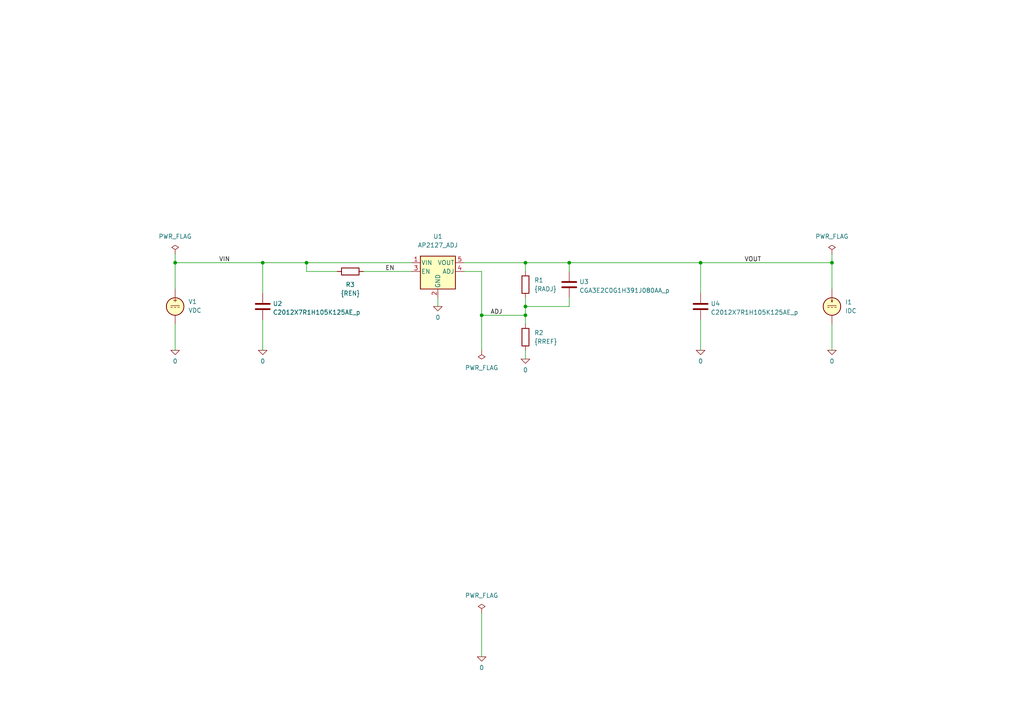
<source format=kicad_sch>
(kicad_sch
	(version 20231120)
	(generator "eeschema")
	(generator_version "8.0")
	(uuid "33399e1a-6bd9-4db9-bdfd-7c7be607f152")
	(paper "A4")
	(title_block
		(title "Standard linear regulator")
		(date "2023-01-14")
		(rev "1")
		(company "astroelectronic@")
		(comment 1 "-")
		(comment 2 "-")
		(comment 3 "-")
		(comment 4 "AE01005127")
	)
	(lib_symbols
		(symbol "AP2127:0"
			(power)
			(pin_names
				(offset 0)
			)
			(exclude_from_sim no)
			(in_bom yes)
			(on_board yes)
			(property "Reference" "#GND"
				(at 0 -2.54 0)
				(effects
					(font
						(size 1.27 1.27)
					)
					(hide yes)
				)
			)
			(property "Value" "0"
				(at 0 -1.778 0)
				(effects
					(font
						(size 1.27 1.27)
					)
				)
			)
			(property "Footprint" ""
				(at 0 0 0)
				(effects
					(font
						(size 1.27 1.27)
					)
					(hide yes)
				)
			)
			(property "Datasheet" "~"
				(at 0 0 0)
				(effects
					(font
						(size 1.27 1.27)
					)
					(hide yes)
				)
			)
			(property "Description" "0V reference potential for simulation"
				(at 0 0 0)
				(effects
					(font
						(size 1.27 1.27)
					)
					(hide yes)
				)
			)
			(property "ki_keywords" "simulation"
				(at 0 0 0)
				(effects
					(font
						(size 1.27 1.27)
					)
					(hide yes)
				)
			)
			(symbol "0_0_1"
				(polyline
					(pts
						(xy -1.27 0) (xy 0 -1.27) (xy 1.27 0) (xy -1.27 0)
					)
					(stroke
						(width 0)
						(type default)
					)
					(fill
						(type none)
					)
				)
			)
			(symbol "0_1_1"
				(pin power_in line
					(at 0 0 0)
					(length 0) hide
					(name "0"
						(effects
							(font
								(size 1.016 1.016)
							)
						)
					)
					(number "1"
						(effects
							(font
								(size 1.016 1.016)
							)
						)
					)
				)
			)
		)
		(symbol "AP2127:AP2127_ADJ"
			(pin_names
				(offset 0.254)
			)
			(exclude_from_sim no)
			(in_bom yes)
			(on_board yes)
			(property "Reference" "U"
				(at -5.08 5.715 0)
				(effects
					(font
						(size 1.27 1.27)
					)
					(justify left)
				)
			)
			(property "Value" "AP2127_ADJ"
				(at 0 5.715 0)
				(effects
					(font
						(size 1.27 1.27)
					)
					(justify left)
				)
			)
			(property "Footprint" "Package_TO_SOT_SMD:SOT-23-5"
				(at 0 8.255 0)
				(effects
					(font
						(size 1.27 1.27)
					)
					(hide yes)
				)
			)
			(property "Datasheet" "https://www.diodes.com/assets/Datasheets/AP2127.pdf"
				(at 0 6.35 0)
				(effects
					(font
						(size 1.27 1.27)
					)
					(hide yes)
				)
			)
			(property "Description" "300mA low dropout adjustable linear regulator, shutdown pin, 2.5V-6V input voltage, SOT-23-5 package"
				(at 0 0 0)
				(effects
					(font
						(size 1.27 1.27)
					)
					(hide yes)
				)
			)
			(property "ki_keywords" "linear regulator ldo adjustable positive. Simulation"
				(at 0 0 0)
				(effects
					(font
						(size 1.27 1.27)
					)
					(hide yes)
				)
			)
			(property "ki_fp_filters" "SOT?23?5*"
				(at 0 0 0)
				(effects
					(font
						(size 1.27 1.27)
					)
					(hide yes)
				)
			)
			(symbol "AP2127_ADJ_0_1"
				(rectangle
					(start -5.08 4.445)
					(end 5.08 -5.08)
					(stroke
						(width 0.254)
						(type default)
					)
					(fill
						(type background)
					)
				)
			)
			(symbol "AP2127_ADJ_1_1"
				(pin passive line
					(at -7.62 2.54 0)
					(length 2.54)
					(name "VIN"
						(effects
							(font
								(size 1.27 1.27)
							)
						)
					)
					(number "1"
						(effects
							(font
								(size 1.27 1.27)
							)
						)
					)
				)
				(pin passive line
					(at 0 -7.62 90)
					(length 2.54)
					(name "GND"
						(effects
							(font
								(size 1.27 1.27)
							)
						)
					)
					(number "2"
						(effects
							(font
								(size 1.27 1.27)
							)
						)
					)
				)
				(pin passive line
					(at -7.62 0 0)
					(length 2.54)
					(name "EN"
						(effects
							(font
								(size 1.27 1.27)
							)
						)
					)
					(number "3"
						(effects
							(font
								(size 1.27 1.27)
							)
						)
					)
				)
				(pin passive line
					(at 7.62 0 180)
					(length 2.54)
					(name "ADJ"
						(effects
							(font
								(size 1.27 1.27)
							)
						)
					)
					(number "4"
						(effects
							(font
								(size 1.27 1.27)
							)
						)
					)
				)
				(pin passive line
					(at 7.62 2.54 180)
					(length 2.54)
					(name "VOUT"
						(effects
							(font
								(size 1.27 1.27)
							)
						)
					)
					(number "5"
						(effects
							(font
								(size 1.27 1.27)
							)
						)
					)
				)
			)
		)
		(symbol "AP2127:C"
			(pin_numbers hide)
			(pin_names
				(offset 0.254)
			)
			(exclude_from_sim no)
			(in_bom yes)
			(on_board yes)
			(property "Reference" "C"
				(at 0.635 2.54 0)
				(effects
					(font
						(size 1.27 1.27)
					)
					(justify left)
				)
			)
			(property "Value" "C"
				(at 0.635 -2.54 0)
				(effects
					(font
						(size 1.27 1.27)
					)
					(justify left)
				)
			)
			(property "Footprint" ""
				(at 0.9652 -3.81 0)
				(effects
					(font
						(size 1.27 1.27)
					)
					(hide yes)
				)
			)
			(property "Datasheet" "~"
				(at 0 0 0)
				(effects
					(font
						(size 1.27 1.27)
					)
					(hide yes)
				)
			)
			(property "Description" "Unpolarized capacitor"
				(at 0 0 0)
				(effects
					(font
						(size 1.27 1.27)
					)
					(hide yes)
				)
			)
			(property "ki_keywords" "cap capacitor"
				(at 0 0 0)
				(effects
					(font
						(size 1.27 1.27)
					)
					(hide yes)
				)
			)
			(property "ki_fp_filters" "C_*"
				(at 0 0 0)
				(effects
					(font
						(size 1.27 1.27)
					)
					(hide yes)
				)
			)
			(symbol "C_0_1"
				(polyline
					(pts
						(xy -2.032 -0.762) (xy 2.032 -0.762)
					)
					(stroke
						(width 0.508)
						(type default)
					)
					(fill
						(type none)
					)
				)
				(polyline
					(pts
						(xy -2.032 0.762) (xy 2.032 0.762)
					)
					(stroke
						(width 0.508)
						(type default)
					)
					(fill
						(type none)
					)
				)
			)
			(symbol "C_1_1"
				(pin passive line
					(at 0 3.81 270)
					(length 2.794)
					(name "~"
						(effects
							(font
								(size 1.27 1.27)
							)
						)
					)
					(number "1"
						(effects
							(font
								(size 1.27 1.27)
							)
						)
					)
				)
				(pin passive line
					(at 0 -3.81 90)
					(length 2.794)
					(name "~"
						(effects
							(font
								(size 1.27 1.27)
							)
						)
					)
					(number "2"
						(effects
							(font
								(size 1.27 1.27)
							)
						)
					)
				)
			)
		)
		(symbol "AP2127:IDC"
			(pin_numbers hide)
			(pin_names
				(offset 0.0254)
			)
			(exclude_from_sim no)
			(in_bom yes)
			(on_board yes)
			(property "Reference" "I"
				(at 2.54 2.54 0)
				(effects
					(font
						(size 1.27 1.27)
					)
					(justify left)
				)
			)
			(property "Value" "${SIM.PARAMS}"
				(at 2.54 0 0)
				(effects
					(font
						(size 1.27 1.27)
					)
					(justify left)
				)
			)
			(property "Footprint" ""
				(at 0 0 0)
				(effects
					(font
						(size 1.27 1.27)
					)
					(hide yes)
				)
			)
			(property "Datasheet" "~"
				(at 0 0 0)
				(effects
					(font
						(size 1.27 1.27)
					)
					(hide yes)
				)
			)
			(property "Description" "Current source, DC"
				(at 0 0 0)
				(effects
					(font
						(size 1.27 1.27)
					)
					(hide yes)
				)
			)
			(property "Sim.Params" "${SIM.PARAMS}"
				(at 2.54 0 0)
				(effects
					(font
						(size 1.27 1.27)
					)
					(justify left)
				)
			)
			(property "Sim.Params" "${SIM.PARAMS}"
				(at 2.54 0 0)
				(effects
					(font
						(size 1.27 1.27)
					)
					(justify left)
				)
			)
			(property "Sim.Params" "${SIM.PARAMS}"
				(at 2.54 0 0)
				(effects
					(font
						(size 1.27 1.27)
					)
					(justify left)
				)
			)
			(property "Sim.Params" "1"
				(at 2.54 0 0)
				(effects
					(font
						(size 1.27 1.27)
					)
					(justify left)
				)
			)
			(property "Sim.Pins" "1=+ 2=-"
				(at 0 0 0)
				(effects
					(font
						(size 1.27 1.27)
					)
					(hide yes)
				)
			)
			(property "Sim.Pins" "1=1 2=2"
				(at 0 0 0)
				(effects
					(font
						(size 1.27 1.27)
					)
					(hide yes)
				)
			)
			(property "Sim.Pins" "1=1 2=2"
				(at 0 0 0)
				(effects
					(font
						(size 1.27 1.27)
					)
					(hide yes)
				)
			)
			(property "Sim.Pins" "1=1 2=2"
				(at 0 0 0)
				(effects
					(font
						(size 1.27 1.27)
					)
					(hide yes)
				)
			)
			(property "Sim.Pins" "1=1 2=2"
				(at 0 0 0)
				(effects
					(font
						(size 1.27 1.27)
					)
					(hide yes)
				)
			)
			(property "Sim.Type" "DC"
				(at 0 0 0)
				(effects
					(font
						(size 1.27 1.27)
					)
					(hide yes)
				)
			)
			(property "Sim.Device" "I"
				(at 0 0 0)
				(effects
					(font
						(size 1.27 1.27)
					)
					(justify left)
					(hide yes)
				)
			)
			(property "Sim.Device" "SPICE"
				(at 0 0 0)
				(effects
					(font
						(size 1.27 1.27)
					)
					(hide yes)
				)
			)
			(property "Sim.Device" "SPICE"
				(at 0 0 0)
				(effects
					(font
						(size 1.27 1.27)
					)
					(hide yes)
				)
			)
			(property "Sim.Device" "SPICE"
				(at 0 0 0)
				(effects
					(font
						(size 1.27 1.27)
					)
					(hide yes)
				)
			)
			(property "Sim.Device" "SPICE"
				(at 0 0 0)
				(effects
					(font
						(size 1.27 1.27)
					)
					(hide yes)
				)
			)
			(property "Spice_Netlist_Enabled" "Y"
				(at 0 0 0)
				(effects
					(font
						(size 1.27 1.27)
					)
					(justify left)
					(hide yes)
				)
			)
			(property "ki_keywords" "simulation"
				(at 0 0 0)
				(effects
					(font
						(size 1.27 1.27)
					)
					(hide yes)
				)
			)
			(symbol "IDC_0_0"
				(polyline
					(pts
						(xy -1.27 0.254) (xy 1.27 0.254)
					)
					(stroke
						(width 0)
						(type default)
					)
					(fill
						(type none)
					)
				)
				(polyline
					(pts
						(xy -0.762 -0.254) (xy -1.27 -0.254)
					)
					(stroke
						(width 0)
						(type default)
					)
					(fill
						(type none)
					)
				)
				(polyline
					(pts
						(xy 0.254 -0.254) (xy -0.254 -0.254)
					)
					(stroke
						(width 0)
						(type default)
					)
					(fill
						(type none)
					)
				)
				(polyline
					(pts
						(xy 1.27 -0.254) (xy 0.762 -0.254)
					)
					(stroke
						(width 0)
						(type default)
					)
					(fill
						(type none)
					)
				)
			)
			(symbol "IDC_0_1"
				(polyline
					(pts
						(xy 0 1.27) (xy 0 2.286)
					)
					(stroke
						(width 0)
						(type default)
					)
					(fill
						(type none)
					)
				)
				(polyline
					(pts
						(xy -0.254 1.778) (xy 0 1.27) (xy 0.254 1.778)
					)
					(stroke
						(width 0)
						(type default)
					)
					(fill
						(type none)
					)
				)
				(circle
					(center 0 0)
					(radius 2.54)
					(stroke
						(width 0.254)
						(type default)
					)
					(fill
						(type background)
					)
				)
			)
			(symbol "IDC_1_1"
				(pin passive line
					(at 0 5.08 270)
					(length 2.54)
					(name "~"
						(effects
							(font
								(size 1.27 1.27)
							)
						)
					)
					(number "1"
						(effects
							(font
								(size 1.27 1.27)
							)
						)
					)
				)
				(pin passive line
					(at 0 -5.08 90)
					(length 2.54)
					(name "~"
						(effects
							(font
								(size 1.27 1.27)
							)
						)
					)
					(number "2"
						(effects
							(font
								(size 1.27 1.27)
							)
						)
					)
				)
			)
		)
		(symbol "AP2127:PWR_FLAG"
			(power)
			(pin_numbers hide)
			(pin_names
				(offset 0) hide)
			(exclude_from_sim no)
			(in_bom yes)
			(on_board yes)
			(property "Reference" "#FLG"
				(at 0 1.905 0)
				(effects
					(font
						(size 1.27 1.27)
					)
					(hide yes)
				)
			)
			(property "Value" "PWR_FLAG"
				(at 0 3.81 0)
				(effects
					(font
						(size 1.27 1.27)
					)
				)
			)
			(property "Footprint" ""
				(at 0 0 0)
				(effects
					(font
						(size 1.27 1.27)
					)
					(hide yes)
				)
			)
			(property "Datasheet" "~"
				(at 0 0 0)
				(effects
					(font
						(size 1.27 1.27)
					)
					(hide yes)
				)
			)
			(property "Description" "Special symbol for telling ERC where power comes from"
				(at 0 0 0)
				(effects
					(font
						(size 1.27 1.27)
					)
					(hide yes)
				)
			)
			(property "ki_keywords" "flag power"
				(at 0 0 0)
				(effects
					(font
						(size 1.27 1.27)
					)
					(hide yes)
				)
			)
			(symbol "PWR_FLAG_0_0"
				(pin power_out line
					(at 0 0 90)
					(length 0)
					(name "pwr"
						(effects
							(font
								(size 1.27 1.27)
							)
						)
					)
					(number "1"
						(effects
							(font
								(size 1.27 1.27)
							)
						)
					)
				)
			)
			(symbol "PWR_FLAG_0_1"
				(polyline
					(pts
						(xy 0 0) (xy 0 1.27) (xy -1.016 1.905) (xy 0 2.54) (xy 1.016 1.905) (xy 0 1.27)
					)
					(stroke
						(width 0)
						(type default)
					)
					(fill
						(type none)
					)
				)
			)
		)
		(symbol "AP2127:R"
			(pin_numbers hide)
			(pin_names
				(offset 0)
			)
			(exclude_from_sim no)
			(in_bom yes)
			(on_board yes)
			(property "Reference" "R"
				(at 2.032 0 90)
				(effects
					(font
						(size 1.27 1.27)
					)
				)
			)
			(property "Value" "R"
				(at 0 0 90)
				(effects
					(font
						(size 1.27 1.27)
					)
				)
			)
			(property "Footprint" ""
				(at -1.778 0 90)
				(effects
					(font
						(size 1.27 1.27)
					)
					(hide yes)
				)
			)
			(property "Datasheet" "~"
				(at 0 0 0)
				(effects
					(font
						(size 1.27 1.27)
					)
					(hide yes)
				)
			)
			(property "Description" "Resistor"
				(at 0 0 0)
				(effects
					(font
						(size 1.27 1.27)
					)
					(hide yes)
				)
			)
			(property "ki_keywords" "R res resistor"
				(at 0 0 0)
				(effects
					(font
						(size 1.27 1.27)
					)
					(hide yes)
				)
			)
			(property "ki_fp_filters" "R_*"
				(at 0 0 0)
				(effects
					(font
						(size 1.27 1.27)
					)
					(hide yes)
				)
			)
			(symbol "R_0_1"
				(rectangle
					(start -1.016 -2.54)
					(end 1.016 2.54)
					(stroke
						(width 0.254)
						(type default)
					)
					(fill
						(type none)
					)
				)
			)
			(symbol "R_1_1"
				(pin passive line
					(at 0 3.81 270)
					(length 1.27)
					(name "~"
						(effects
							(font
								(size 1.27 1.27)
							)
						)
					)
					(number "1"
						(effects
							(font
								(size 1.27 1.27)
							)
						)
					)
				)
				(pin passive line
					(at 0 -3.81 90)
					(length 1.27)
					(name "~"
						(effects
							(font
								(size 1.27 1.27)
							)
						)
					)
					(number "2"
						(effects
							(font
								(size 1.27 1.27)
							)
						)
					)
				)
			)
		)
		(symbol "AP2127:VDC"
			(pin_numbers hide)
			(pin_names
				(offset 0.0254)
			)
			(exclude_from_sim no)
			(in_bom yes)
			(on_board yes)
			(property "Reference" "V"
				(at 2.54 2.54 0)
				(effects
					(font
						(size 1.27 1.27)
					)
					(justify left)
				)
			)
			(property "Value" "${SIM.PARAMS}"
				(at 2.54 0 0)
				(effects
					(font
						(size 1.27 1.27)
					)
					(justify left)
				)
			)
			(property "Footprint" ""
				(at 0 0 0)
				(effects
					(font
						(size 1.27 1.27)
					)
					(hide yes)
				)
			)
			(property "Datasheet" "~"
				(at 0 0 0)
				(effects
					(font
						(size 1.27 1.27)
					)
					(hide yes)
				)
			)
			(property "Description" "Voltage source, DC"
				(at 0 0 0)
				(effects
					(font
						(size 1.27 1.27)
					)
					(hide yes)
				)
			)
			(property "Sim.Params" "${SIM.PARAMS}"
				(at 2.54 0 0)
				(effects
					(font
						(size 1.27 1.27)
					)
					(justify left)
				)
			)
			(property "Sim.Params" "${SIM.PARAMS}"
				(at 2.54 0 0)
				(effects
					(font
						(size 1.27 1.27)
					)
					(justify left)
				)
			)
			(property "Sim.Params" "${SIM.PARAMS}"
				(at 2.54 0 0)
				(effects
					(font
						(size 1.27 1.27)
					)
					(justify left)
				)
			)
			(property "Sim.Params" "1"
				(at 2.54 0 0)
				(effects
					(font
						(size 1.27 1.27)
					)
					(justify left)
				)
			)
			(property "Sim.Pins" "1=+ 2=-"
				(at 0 0 0)
				(effects
					(font
						(size 1.27 1.27)
					)
					(hide yes)
				)
			)
			(property "Sim.Pins" "1=1 2=2"
				(at 0 0 0)
				(effects
					(font
						(size 1.27 1.27)
					)
					(hide yes)
				)
			)
			(property "Sim.Pins" "1=1 2=2"
				(at 0 0 0)
				(effects
					(font
						(size 1.27 1.27)
					)
					(hide yes)
				)
			)
			(property "Sim.Pins" "1=1 2=2"
				(at 0 0 0)
				(effects
					(font
						(size 1.27 1.27)
					)
					(hide yes)
				)
			)
			(property "Sim.Pins" "1=1 2=2"
				(at 0 0 0)
				(effects
					(font
						(size 1.27 1.27)
					)
					(hide yes)
				)
			)
			(property "Sim.Type" "DC"
				(at 0 0 0)
				(effects
					(font
						(size 1.27 1.27)
					)
					(hide yes)
				)
			)
			(property "Sim.Device" "SPICE"
				(at 0 0 0)
				(effects
					(font
						(size 1.27 1.27)
					)
					(hide yes)
				)
			)
			(property "Sim.Device" "SPICE"
				(at 0 0 0)
				(effects
					(font
						(size 1.27 1.27)
					)
					(hide yes)
				)
			)
			(property "Sim.Device" "SPICE"
				(at 0 0 0)
				(effects
					(font
						(size 1.27 1.27)
					)
					(hide yes)
				)
			)
			(property "Sim.Device" "SPICE"
				(at 0 0 0)
				(effects
					(font
						(size 1.27 1.27)
					)
					(hide yes)
				)
			)
			(property "Sim.Device" "V"
				(at 0 0 0)
				(effects
					(font
						(size 1.27 1.27)
					)
					(justify left)
					(hide yes)
				)
			)
			(property "Spice_Netlist_Enabled" "Y"
				(at 0 0 0)
				(effects
					(font
						(size 1.27 1.27)
					)
					(justify left)
					(hide yes)
				)
			)
			(property "ki_keywords" "simulation"
				(at 0 0 0)
				(effects
					(font
						(size 1.27 1.27)
					)
					(hide yes)
				)
			)
			(symbol "VDC_0_0"
				(polyline
					(pts
						(xy -1.27 0.254) (xy 1.27 0.254)
					)
					(stroke
						(width 0)
						(type default)
					)
					(fill
						(type none)
					)
				)
				(polyline
					(pts
						(xy -0.762 -0.254) (xy -1.27 -0.254)
					)
					(stroke
						(width 0)
						(type default)
					)
					(fill
						(type none)
					)
				)
				(polyline
					(pts
						(xy 0.254 -0.254) (xy -0.254 -0.254)
					)
					(stroke
						(width 0)
						(type default)
					)
					(fill
						(type none)
					)
				)
				(polyline
					(pts
						(xy 1.27 -0.254) (xy 0.762 -0.254)
					)
					(stroke
						(width 0)
						(type default)
					)
					(fill
						(type none)
					)
				)
				(text "+"
					(at 0 1.905 0)
					(effects
						(font
							(size 1.27 1.27)
						)
					)
				)
			)
			(symbol "VDC_0_1"
				(circle
					(center 0 0)
					(radius 2.54)
					(stroke
						(width 0.254)
						(type default)
					)
					(fill
						(type background)
					)
				)
			)
			(symbol "VDC_1_1"
				(pin passive line
					(at 0 5.08 270)
					(length 2.54)
					(name "~"
						(effects
							(font
								(size 1.27 1.27)
							)
						)
					)
					(number "1"
						(effects
							(font
								(size 1.27 1.27)
							)
						)
					)
				)
				(pin passive line
					(at 0 -5.08 90)
					(length 2.54)
					(name "~"
						(effects
							(font
								(size 1.27 1.27)
							)
						)
					)
					(number "2"
						(effects
							(font
								(size 1.27 1.27)
							)
						)
					)
				)
			)
		)
	)
	(junction
		(at 152.4 76.2)
		(diameter 0)
		(color 0 0 0 0)
		(uuid "02fcfccd-ea1b-488a-9219-d901d46c8596")
	)
	(junction
		(at 152.4 91.44)
		(diameter 0)
		(color 0 0 0 0)
		(uuid "16dbb189-7275-47ce-9d0b-fa2b2e05b072")
	)
	(junction
		(at 165.1 76.2)
		(diameter 0)
		(color 0 0 0 0)
		(uuid "18ef739d-bbc5-4c89-a87e-2014db309325")
	)
	(junction
		(at 50.8 76.2)
		(diameter 0)
		(color 0 0 0 0)
		(uuid "2108fd20-07dc-4a57-ae2f-083fc3f1d1b8")
	)
	(junction
		(at 76.2 76.2)
		(diameter 0)
		(color 0 0 0 0)
		(uuid "2f62ae47-9b0e-4852-bfb1-b0019fe2b500")
	)
	(junction
		(at 152.4 88.9)
		(diameter 0)
		(color 0 0 0 0)
		(uuid "a862bc4c-00fe-45ab-b980-befadc16c6b1")
	)
	(junction
		(at 88.9 76.2)
		(diameter 0)
		(color 0 0 0 0)
		(uuid "b8265ae9-ae79-411b-990c-0ae9d6635ec1")
	)
	(junction
		(at 203.2 76.2)
		(diameter 0)
		(color 0 0 0 0)
		(uuid "c878a8ab-10f0-4616-a9c1-f9196c3496bf")
	)
	(junction
		(at 139.7 91.44)
		(diameter 0)
		(color 0 0 0 0)
		(uuid "d7fa5b30-7bf9-49bd-8dc1-a1861a9ba618")
	)
	(junction
		(at 241.3 76.2)
		(diameter 0)
		(color 0 0 0 0)
		(uuid "de63b0a0-b162-4c1c-ad5b-42f22bb9c6cc")
	)
	(wire
		(pts
			(xy 76.2 85.09) (xy 76.2 76.2)
		)
		(stroke
			(width 0)
			(type default)
		)
		(uuid "09ef4d04-2e5d-499c-b959-c845bb0992b7")
	)
	(wire
		(pts
			(xy 241.3 93.98) (xy 241.3 101.6)
		)
		(stroke
			(width 0)
			(type default)
		)
		(uuid "10b3f264-0d8b-4f42-a991-b12c489f0c77")
	)
	(wire
		(pts
			(xy 50.8 93.98) (xy 50.8 101.6)
		)
		(stroke
			(width 0)
			(type default)
		)
		(uuid "18bd2dc0-1d7b-4f5d-b0a4-cf7511ede6ce")
	)
	(wire
		(pts
			(xy 152.4 88.9) (xy 165.1 88.9)
		)
		(stroke
			(width 0)
			(type default)
		)
		(uuid "1a01c03b-aed3-4342-8428-33e12a155284")
	)
	(wire
		(pts
			(xy 165.1 78.74) (xy 165.1 76.2)
		)
		(stroke
			(width 0)
			(type default)
		)
		(uuid "20d0e088-e36e-4c57-be42-0d99f77086d8")
	)
	(wire
		(pts
			(xy 165.1 76.2) (xy 152.4 76.2)
		)
		(stroke
			(width 0)
			(type default)
		)
		(uuid "268522bc-ae66-4d8d-af36-80be0e762202")
	)
	(wire
		(pts
			(xy 241.3 73.66) (xy 241.3 76.2)
		)
		(stroke
			(width 0)
			(type default)
		)
		(uuid "3e191832-b075-403c-afe1-d04a8ec9913f")
	)
	(wire
		(pts
			(xy 127 86.36) (xy 127 88.9)
		)
		(stroke
			(width 0)
			(type default)
		)
		(uuid "40942ca2-1d2b-459c-a4a5-98eaf58a5fbc")
	)
	(wire
		(pts
			(xy 203.2 76.2) (xy 241.3 76.2)
		)
		(stroke
			(width 0)
			(type default)
		)
		(uuid "464a731b-703b-4838-b3fc-f0b2c93c6461")
	)
	(wire
		(pts
			(xy 76.2 92.71) (xy 76.2 101.6)
		)
		(stroke
			(width 0)
			(type default)
		)
		(uuid "4a1e5e2d-fa00-47b2-8350-11867131eeab")
	)
	(wire
		(pts
			(xy 203.2 85.09) (xy 203.2 76.2)
		)
		(stroke
			(width 0)
			(type default)
		)
		(uuid "4de4f192-d81c-43ec-a38f-99aeac504487")
	)
	(wire
		(pts
			(xy 105.41 78.74) (xy 119.38 78.74)
		)
		(stroke
			(width 0)
			(type default)
		)
		(uuid "663e105c-3b74-4ca8-9093-55c5112fddca")
	)
	(wire
		(pts
			(xy 139.7 78.74) (xy 139.7 91.44)
		)
		(stroke
			(width 0)
			(type default)
		)
		(uuid "68259c04-cf12-4197-93e8-1678b0e1b755")
	)
	(wire
		(pts
			(xy 88.9 76.2) (xy 88.9 78.74)
		)
		(stroke
			(width 0)
			(type default)
		)
		(uuid "74e427e2-dded-44b5-8229-538a8d42e4d3")
	)
	(wire
		(pts
			(xy 76.2 76.2) (xy 88.9 76.2)
		)
		(stroke
			(width 0)
			(type default)
		)
		(uuid "7b95944b-30ef-46a1-99b8-1dade62811f0")
	)
	(wire
		(pts
			(xy 139.7 91.44) (xy 139.7 101.6)
		)
		(stroke
			(width 0)
			(type default)
		)
		(uuid "89562f02-9372-4779-8374-7fcb0e2d0085")
	)
	(wire
		(pts
			(xy 139.7 177.8) (xy 139.7 190.5)
		)
		(stroke
			(width 0)
			(type default)
		)
		(uuid "8ae5a3ca-7a73-407e-a080-aeb5258223bc")
	)
	(wire
		(pts
			(xy 165.1 76.2) (xy 203.2 76.2)
		)
		(stroke
			(width 0)
			(type default)
		)
		(uuid "91b46a36-13a1-4fab-9302-a8b68040be6d")
	)
	(wire
		(pts
			(xy 152.4 76.2) (xy 152.4 78.74)
		)
		(stroke
			(width 0)
			(type default)
		)
		(uuid "ab9ee24d-c005-4943-a3e1-3f317ecfc8f5")
	)
	(wire
		(pts
			(xy 97.79 78.74) (xy 88.9 78.74)
		)
		(stroke
			(width 0)
			(type default)
		)
		(uuid "af9d6e01-c4f1-4de4-8f93-08d360f09da9")
	)
	(wire
		(pts
			(xy 241.3 83.82) (xy 241.3 76.2)
		)
		(stroke
			(width 0)
			(type default)
		)
		(uuid "b1fcf6ac-bbdc-4870-8bb1-40b1fc559a24")
	)
	(wire
		(pts
			(xy 152.4 101.6) (xy 152.4 104.14)
		)
		(stroke
			(width 0)
			(type default)
		)
		(uuid "baf114ac-0a60-4ecf-92fc-b4dd42714612")
	)
	(wire
		(pts
			(xy 203.2 92.71) (xy 203.2 101.6)
		)
		(stroke
			(width 0)
			(type default)
		)
		(uuid "c0cf20a4-8c6d-4f9e-b7c8-7e981d008394")
	)
	(wire
		(pts
			(xy 165.1 88.9) (xy 165.1 86.36)
		)
		(stroke
			(width 0)
			(type default)
		)
		(uuid "c332a1f5-ac68-454b-9874-c1dc799e87f5")
	)
	(wire
		(pts
			(xy 152.4 86.36) (xy 152.4 88.9)
		)
		(stroke
			(width 0)
			(type default)
		)
		(uuid "c5d68e99-4dda-4a23-ad92-17dfe6e5dda5")
	)
	(wire
		(pts
			(xy 139.7 78.74) (xy 134.62 78.74)
		)
		(stroke
			(width 0)
			(type default)
		)
		(uuid "dc8740e3-046e-43f4-9e1f-245282040b7a")
	)
	(wire
		(pts
			(xy 152.4 91.44) (xy 139.7 91.44)
		)
		(stroke
			(width 0)
			(type default)
		)
		(uuid "de2c5b40-f37e-4451-9513-0ae4456249e9")
	)
	(wire
		(pts
			(xy 134.62 76.2) (xy 152.4 76.2)
		)
		(stroke
			(width 0)
			(type default)
		)
		(uuid "de92edb1-b01b-4843-ae17-3d9305d49c4e")
	)
	(wire
		(pts
			(xy 152.4 91.44) (xy 152.4 93.98)
		)
		(stroke
			(width 0)
			(type default)
		)
		(uuid "e3e2a3ca-a4a4-4beb-a9cf-4ba0125c135e")
	)
	(wire
		(pts
			(xy 50.8 73.66) (xy 50.8 76.2)
		)
		(stroke
			(width 0)
			(type default)
		)
		(uuid "ef39882e-37dc-4eff-a984-8f29153e57d6")
	)
	(wire
		(pts
			(xy 152.4 88.9) (xy 152.4 91.44)
		)
		(stroke
			(width 0)
			(type default)
		)
		(uuid "f11096b6-745c-450e-9a90-f663a615f5d9")
	)
	(wire
		(pts
			(xy 50.8 76.2) (xy 76.2 76.2)
		)
		(stroke
			(width 0)
			(type default)
		)
		(uuid "f660f8e9-5823-4a54-9f4f-a4a6639281b4")
	)
	(wire
		(pts
			(xy 88.9 76.2) (xy 119.38 76.2)
		)
		(stroke
			(width 0)
			(type default)
		)
		(uuid "fa59378a-3829-4b4e-9687-70b601d9e8a8")
	)
	(wire
		(pts
			(xy 50.8 83.82) (xy 50.8 76.2)
		)
		(stroke
			(width 0)
			(type default)
		)
		(uuid "fd08b1d0-3a99-49fe-b6a1-78f8449e01dc")
	)
	(label "VOUT"
		(at 215.9 76.2 0)
		(fields_autoplaced yes)
		(effects
			(font
				(size 1.27 1.27)
			)
			(justify left bottom)
		)
		(uuid "0327a9c0-81b1-4c0a-8764-0a5fbb8645ed")
	)
	(label "ADJ"
		(at 142.24 91.44 0)
		(fields_autoplaced yes)
		(effects
			(font
				(size 1.27 1.27)
			)
			(justify left bottom)
		)
		(uuid "770ce885-a6c6-4e96-a22d-eabd21819745")
	)
	(label "EN"
		(at 111.76 78.74 0)
		(fields_autoplaced yes)
		(effects
			(font
				(size 1.27 1.27)
			)
			(justify left bottom)
		)
		(uuid "7eb1d43e-8fa1-437d-ade0-abd01d0321cf")
	)
	(label "VIN"
		(at 63.5 76.2 0)
		(fields_autoplaced yes)
		(effects
			(font
				(size 1.27 1.27)
			)
			(justify left bottom)
		)
		(uuid "8d244aad-da4d-418b-87ed-43a412d9a2dc")
	)
	(symbol
		(lib_id "AP2127:VDC")
		(at 50.8 88.9 0)
		(unit 1)
		(exclude_from_sim no)
		(in_bom yes)
		(on_board yes)
		(dnp no)
		(fields_autoplaced yes)
		(uuid "0ac1ead1-b0ad-49f0-8b06-488e7451f459")
		(property "Reference" "V1"
			(at 54.61 87.5001 0)
			(effects
				(font
					(size 1.27 1.27)
				)
				(justify left)
			)
		)
		(property "Value" "VDC"
			(at 54.61 90.0401 0)
			(effects
				(font
					(size 1.27 1.27)
				)
				(justify left)
			)
		)
		(property "Footprint" ""
			(at 50.8 88.9 0)
			(effects
				(font
					(size 1.27 1.27)
				)
				(hide yes)
			)
		)
		(property "Datasheet" "~"
			(at 50.8 88.9 0)
			(effects
				(font
					(size 1.27 1.27)
				)
				(hide yes)
			)
		)
		(property "Description" "Voltage source, DC"
			(at 50.8 88.9 0)
			(effects
				(font
					(size 1.27 1.27)
				)
				(hide yes)
			)
		)
		(property "Sim.Device" "SPICE"
			(at 50.8 88.9 0)
			(effects
				(font
					(size 1.27 1.27)
				)
				(justify left)
				(hide yes)
			)
		)
		(property "Sim.Params" "type=\"V\" model=\"{VSOURCE}\" lib=\"\""
			(at 0 0 0)
			(effects
				(font
					(size 1.27 1.27)
				)
				(hide yes)
			)
		)
		(property "Sim.Pins" "1=1 2=2"
			(at 0 0 0)
			(effects
				(font
					(size 1.27 1.27)
				)
				(hide yes)
			)
		)
		(property "Spice_Netlist_Enabled" "Y"
			(at 50.8 88.9 0)
			(effects
				(font
					(size 1.27 1.27)
				)
				(justify left)
				(hide yes)
			)
		)
		(pin "1"
			(uuid "04861124-6cba-4666-80c4-586ad8108c83")
		)
		(pin "2"
			(uuid "d7c9356f-db90-4f93-9a83-98d55236dc0c")
		)
		(instances
			(project ""
				(path "/33399e1a-6bd9-4db9-bdfd-7c7be607f152"
					(reference "V1")
					(unit 1)
				)
			)
		)
	)
	(symbol
		(lib_id "AP2127:0")
		(at 76.2 101.6 0)
		(unit 1)
		(exclude_from_sim no)
		(in_bom yes)
		(on_board yes)
		(dnp no)
		(fields_autoplaced yes)
		(uuid "120de788-78d5-4a32-bf65-d2af62594fc5")
		(property "Reference" "#GND03"
			(at 76.2 104.14 0)
			(effects
				(font
					(size 1.27 1.27)
				)
				(hide yes)
			)
		)
		(property "Value" "0"
			(at 76.2 104.7734 0)
			(effects
				(font
					(size 1.27 1.27)
				)
			)
		)
		(property "Footprint" ""
			(at 76.2 101.6 0)
			(effects
				(font
					(size 1.27 1.27)
				)
				(hide yes)
			)
		)
		(property "Datasheet" "~"
			(at 76.2 101.6 0)
			(effects
				(font
					(size 1.27 1.27)
				)
				(hide yes)
			)
		)
		(property "Description" ""
			(at 76.2 101.6 0)
			(effects
				(font
					(size 1.27 1.27)
				)
				(hide yes)
			)
		)
		(pin "1"
			(uuid "4395c425-5b7a-4be9-bce8-6ea5e88fe6ca")
		)
		(instances
			(project ""
				(path "/33399e1a-6bd9-4db9-bdfd-7c7be607f152"
					(reference "#GND03")
					(unit 1)
				)
			)
		)
	)
	(symbol
		(lib_id "AP2127:PWR_FLAG")
		(at 139.7 101.6 180)
		(unit 1)
		(exclude_from_sim no)
		(in_bom yes)
		(on_board yes)
		(dnp no)
		(fields_autoplaced yes)
		(uuid "1a55bdd0-19d5-469f-a5ae-71e10ee06f9c")
		(property "Reference" "#FLG03"
			(at 139.7 103.505 0)
			(effects
				(font
					(size 1.27 1.27)
				)
				(hide yes)
			)
		)
		(property "Value" "PWR_FLAG"
			(at 139.7 106.68 0)
			(effects
				(font
					(size 1.27 1.27)
				)
			)
		)
		(property "Footprint" ""
			(at 139.7 101.6 0)
			(effects
				(font
					(size 1.27 1.27)
				)
				(hide yes)
			)
		)
		(property "Datasheet" "~"
			(at 139.7 101.6 0)
			(effects
				(font
					(size 1.27 1.27)
				)
				(hide yes)
			)
		)
		(property "Description" ""
			(at 139.7 101.6 0)
			(effects
				(font
					(size 1.27 1.27)
				)
				(hide yes)
			)
		)
		(pin "1"
			(uuid "1017e7c3-4915-4174-97ee-f8b92ba4a719")
		)
		(instances
			(project ""
				(path "/33399e1a-6bd9-4db9-bdfd-7c7be607f152"
					(reference "#FLG03")
					(unit 1)
				)
			)
		)
	)
	(symbol
		(lib_id "AP2127:0")
		(at 50.8 101.6 0)
		(unit 1)
		(exclude_from_sim no)
		(in_bom yes)
		(on_board yes)
		(dnp no)
		(fields_autoplaced yes)
		(uuid "1b40b231-7353-48f9-84fc-ea222183b17c")
		(property "Reference" "#GND01"
			(at 50.8 104.14 0)
			(effects
				(font
					(size 1.27 1.27)
				)
				(hide yes)
			)
		)
		(property "Value" "0"
			(at 50.8 104.7734 0)
			(effects
				(font
					(size 1.27 1.27)
				)
			)
		)
		(property "Footprint" ""
			(at 50.8 101.6 0)
			(effects
				(font
					(size 1.27 1.27)
				)
				(hide yes)
			)
		)
		(property "Datasheet" "~"
			(at 50.8 101.6 0)
			(effects
				(font
					(size 1.27 1.27)
				)
				(hide yes)
			)
		)
		(property "Description" ""
			(at 50.8 101.6 0)
			(effects
				(font
					(size 1.27 1.27)
				)
				(hide yes)
			)
		)
		(pin "1"
			(uuid "da495f36-2c92-4850-9196-174551c06ec7")
		)
		(instances
			(project ""
				(path "/33399e1a-6bd9-4db9-bdfd-7c7be607f152"
					(reference "#GND01")
					(unit 1)
				)
			)
		)
	)
	(symbol
		(lib_id "AP2127:IDC")
		(at 241.3 88.9 0)
		(unit 1)
		(exclude_from_sim no)
		(in_bom yes)
		(on_board yes)
		(dnp no)
		(fields_autoplaced yes)
		(uuid "23f1d228-6855-4016-8891-cfa22cb55ea3")
		(property "Reference" "I1"
			(at 245.11 87.6299 0)
			(effects
				(font
					(size 1.27 1.27)
				)
				(justify left)
			)
		)
		(property "Value" "IDC"
			(at 245.11 90.1699 0)
			(effects
				(font
					(size 1.27 1.27)
				)
				(justify left)
			)
		)
		(property "Footprint" ""
			(at 241.3 88.9 0)
			(effects
				(font
					(size 1.27 1.27)
				)
				(hide yes)
			)
		)
		(property "Datasheet" "~"
			(at 241.3 88.9 0)
			(effects
				(font
					(size 1.27 1.27)
				)
				(hide yes)
			)
		)
		(property "Description" "Current source, DC"
			(at 241.3 88.9 0)
			(effects
				(font
					(size 1.27 1.27)
				)
				(hide yes)
			)
		)
		(property "Sim.Device" "SPICE"
			(at 241.3 88.9 0)
			(effects
				(font
					(size 1.27 1.27)
				)
				(justify left)
				(hide yes)
			)
		)
		(property "Sim.Params" "type=\"I\" model=\"{ILOAD}\" lib=\"\""
			(at 0 0 0)
			(effects
				(font
					(size 1.27 1.27)
				)
				(hide yes)
			)
		)
		(property "Sim.Pins" "1=1 2=2"
			(at 0 0 0)
			(effects
				(font
					(size 1.27 1.27)
				)
				(hide yes)
			)
		)
		(property "Spice_Netlist_Enabled" "Y"
			(at 241.3 88.9 0)
			(effects
				(font
					(size 1.27 1.27)
				)
				(justify left)
				(hide yes)
			)
		)
		(pin "1"
			(uuid "a7c061a2-6b06-4ea7-af81-ada435d1cef9")
		)
		(pin "2"
			(uuid "a24cc857-41f4-471c-af82-1a29efbb5bb6")
		)
		(instances
			(project ""
				(path "/33399e1a-6bd9-4db9-bdfd-7c7be607f152"
					(reference "I1")
					(unit 1)
				)
			)
		)
	)
	(symbol
		(lib_id "AP2127:0")
		(at 152.4 104.14 0)
		(unit 1)
		(exclude_from_sim no)
		(in_bom yes)
		(on_board yes)
		(dnp no)
		(fields_autoplaced yes)
		(uuid "4d26f2df-2c6a-47ae-b717-4bdb83bfa5ee")
		(property "Reference" "#GND06"
			(at 152.4 106.68 0)
			(effects
				(font
					(size 1.27 1.27)
				)
				(hide yes)
			)
		)
		(property "Value" "0"
			(at 152.4 107.3134 0)
			(effects
				(font
					(size 1.27 1.27)
				)
			)
		)
		(property "Footprint" ""
			(at 152.4 104.14 0)
			(effects
				(font
					(size 1.27 1.27)
				)
				(hide yes)
			)
		)
		(property "Datasheet" "~"
			(at 152.4 104.14 0)
			(effects
				(font
					(size 1.27 1.27)
				)
				(hide yes)
			)
		)
		(property "Description" ""
			(at 152.4 104.14 0)
			(effects
				(font
					(size 1.27 1.27)
				)
				(hide yes)
			)
		)
		(pin "1"
			(uuid "ac1e0a40-252c-4447-ba04-adf080fcc6cf")
		)
		(instances
			(project ""
				(path "/33399e1a-6bd9-4db9-bdfd-7c7be607f152"
					(reference "#GND06")
					(unit 1)
				)
			)
		)
	)
	(symbol
		(lib_id "AP2127:R")
		(at 152.4 82.55 0)
		(unit 1)
		(exclude_from_sim no)
		(in_bom yes)
		(on_board yes)
		(dnp no)
		(fields_autoplaced yes)
		(uuid "59864d20-2732-468f-b25b-5483cd642913")
		(property "Reference" "R1"
			(at 154.94 81.2799 0)
			(effects
				(font
					(size 1.27 1.27)
				)
				(justify left)
			)
		)
		(property "Value" "{RADJ}"
			(at 154.94 83.8199 0)
			(effects
				(font
					(size 1.27 1.27)
				)
				(justify left)
			)
		)
		(property "Footprint" ""
			(at 150.622 82.55 90)
			(effects
				(font
					(size 1.27 1.27)
				)
				(hide yes)
			)
		)
		(property "Datasheet" "~"
			(at 152.4 82.55 0)
			(effects
				(font
					(size 1.27 1.27)
				)
				(hide yes)
			)
		)
		(property "Description" ""
			(at 152.4 82.55 0)
			(effects
				(font
					(size 1.27 1.27)
				)
				(hide yes)
			)
		)
		(pin "1"
			(uuid "9a3dc105-abb1-4fd1-8e01-9a3013ec8ac2")
		)
		(pin "2"
			(uuid "194681d3-3159-4db8-a16c-97911a13b2ef")
		)
		(instances
			(project ""
				(path "/33399e1a-6bd9-4db9-bdfd-7c7be607f152"
					(reference "R1")
					(unit 1)
				)
			)
		)
	)
	(symbol
		(lib_id "AP2127:R")
		(at 152.4 97.79 0)
		(unit 1)
		(exclude_from_sim no)
		(in_bom yes)
		(on_board yes)
		(dnp no)
		(fields_autoplaced yes)
		(uuid "60fdc1b2-2014-4f37-b861-e14b4f90f03a")
		(property "Reference" "R2"
			(at 154.94 96.5199 0)
			(effects
				(font
					(size 1.27 1.27)
				)
				(justify left)
			)
		)
		(property "Value" "{RREF}"
			(at 154.94 99.0599 0)
			(effects
				(font
					(size 1.27 1.27)
				)
				(justify left)
			)
		)
		(property "Footprint" ""
			(at 150.622 97.79 90)
			(effects
				(font
					(size 1.27 1.27)
				)
				(hide yes)
			)
		)
		(property "Datasheet" "~"
			(at 152.4 97.79 0)
			(effects
				(font
					(size 1.27 1.27)
				)
				(hide yes)
			)
		)
		(property "Description" ""
			(at 152.4 97.79 0)
			(effects
				(font
					(size 1.27 1.27)
				)
				(hide yes)
			)
		)
		(pin "1"
			(uuid "22e9751d-8c5b-42d2-b5df-b77f6c5759ba")
		)
		(pin "2"
			(uuid "0dd1f25d-29c3-40bf-9743-10d226b9cf9f")
		)
		(instances
			(project ""
				(path "/33399e1a-6bd9-4db9-bdfd-7c7be607f152"
					(reference "R2")
					(unit 1)
				)
			)
		)
	)
	(symbol
		(lib_id "AP2127:PWR_FLAG")
		(at 241.3 73.66 0)
		(unit 1)
		(exclude_from_sim no)
		(in_bom yes)
		(on_board yes)
		(dnp no)
		(fields_autoplaced yes)
		(uuid "7ac4b9ed-c89c-4ed1-86a4-61772f9414a8")
		(property "Reference" "#FLG04"
			(at 241.3 71.755 0)
			(effects
				(font
					(size 1.27 1.27)
				)
				(hide yes)
			)
		)
		(property "Value" "PWR_FLAG"
			(at 241.3 68.58 0)
			(effects
				(font
					(size 1.27 1.27)
				)
			)
		)
		(property "Footprint" ""
			(at 241.3 73.66 0)
			(effects
				(font
					(size 1.27 1.27)
				)
				(hide yes)
			)
		)
		(property "Datasheet" "~"
			(at 241.3 73.66 0)
			(effects
				(font
					(size 1.27 1.27)
				)
				(hide yes)
			)
		)
		(property "Description" ""
			(at 241.3 73.66 0)
			(effects
				(font
					(size 1.27 1.27)
				)
				(hide yes)
			)
		)
		(pin "1"
			(uuid "3f02e1cc-bd5b-4756-bdaa-619999a4cd71")
		)
		(instances
			(project ""
				(path "/33399e1a-6bd9-4db9-bdfd-7c7be607f152"
					(reference "#FLG04")
					(unit 1)
				)
			)
		)
	)
	(symbol
		(lib_id "AP2127:C")
		(at 203.2 88.9 0)
		(unit 1)
		(exclude_from_sim no)
		(in_bom yes)
		(on_board yes)
		(dnp no)
		(fields_autoplaced yes)
		(uuid "99a56ca6-d6b1-44b7-99c1-f39016b989c4")
		(property "Reference" "U4"
			(at 206.121 88.0653 0)
			(effects
				(font
					(size 1.27 1.27)
				)
				(justify left)
			)
		)
		(property "Value" "C2012X7R1H105K125AE_p"
			(at 206.121 90.6022 0)
			(effects
				(font
					(size 1.27 1.27)
				)
				(justify left)
			)
		)
		(property "Footprint" ""
			(at 204.1652 92.71 0)
			(effects
				(font
					(size 1.27 1.27)
				)
				(hide yes)
			)
		)
		(property "Datasheet" "~"
			(at 203.2 88.9 0)
			(effects
				(font
					(size 1.27 1.27)
				)
				(hide yes)
			)
		)
		(property "Description" ""
			(at 203.2 88.9 0)
			(effects
				(font
					(size 1.27 1.27)
				)
				(hide yes)
			)
		)
		(property "Sim.Device" "SUBCKT"
			(at 203.2 88.9 0)
			(effects
				(font
					(size 1.27 1.27)
				)
				(hide yes)
			)
		)
		(property "Sim.Pins" "1=n1 2=n2"
			(at 0 0 0)
			(effects
				(font
					(size 1.27 1.27)
				)
				(hide yes)
			)
		)
		(property "Sim.Library" "_models\\c2012x7r1h105k125ae_p.mod"
			(at 203.2 88.9 0)
			(effects
				(font
					(size 1.27 1.27)
				)
				(hide yes)
			)
		)
		(property "Sim.Name" "C2012X7R1H105K125AE_p"
			(at 203.2 88.9 0)
			(effects
				(font
					(size 1.27 1.27)
				)
				(hide yes)
			)
		)
		(pin "1"
			(uuid "733496cd-5ee7-40a1-a8d0-9aff9bf0d5ef")
		)
		(pin "2"
			(uuid "77d1236e-39fc-4cb3-b226-f1f48b1606f1")
		)
		(instances
			(project ""
				(path "/33399e1a-6bd9-4db9-bdfd-7c7be607f152"
					(reference "U4")
					(unit 1)
				)
			)
		)
	)
	(symbol
		(lib_id "AP2127:0")
		(at 203.2 101.6 0)
		(unit 1)
		(exclude_from_sim no)
		(in_bom yes)
		(on_board yes)
		(dnp no)
		(fields_autoplaced yes)
		(uuid "9b70aef5-f29d-46c5-9a19-4cdb0bab50c1")
		(property "Reference" "#GND07"
			(at 203.2 104.14 0)
			(effects
				(font
					(size 1.27 1.27)
				)
				(hide yes)
			)
		)
		(property "Value" "0"
			(at 203.2 104.7734 0)
			(effects
				(font
					(size 1.27 1.27)
				)
			)
		)
		(property "Footprint" ""
			(at 203.2 101.6 0)
			(effects
				(font
					(size 1.27 1.27)
				)
				(hide yes)
			)
		)
		(property "Datasheet" "~"
			(at 203.2 101.6 0)
			(effects
				(font
					(size 1.27 1.27)
				)
				(hide yes)
			)
		)
		(property "Description" ""
			(at 203.2 101.6 0)
			(effects
				(font
					(size 1.27 1.27)
				)
				(hide yes)
			)
		)
		(pin "1"
			(uuid "be5d7f15-7573-4f0d-a89c-a8137ce8955f")
		)
		(instances
			(project ""
				(path "/33399e1a-6bd9-4db9-bdfd-7c7be607f152"
					(reference "#GND07")
					(unit 1)
				)
			)
		)
	)
	(symbol
		(lib_id "AP2127:R")
		(at 101.6 78.74 90)
		(mirror x)
		(unit 1)
		(exclude_from_sim no)
		(in_bom yes)
		(on_board yes)
		(dnp no)
		(fields_autoplaced yes)
		(uuid "9be045ad-f222-487f-a2a4-20cbfe0b8833")
		(property "Reference" "R3"
			(at 101.6 82.55 90)
			(effects
				(font
					(size 1.27 1.27)
				)
			)
		)
		(property "Value" "{REN}"
			(at 101.6 85.09 90)
			(effects
				(font
					(size 1.27 1.27)
				)
			)
		)
		(property "Footprint" ""
			(at 101.6 76.962 90)
			(effects
				(font
					(size 1.27 1.27)
				)
				(hide yes)
			)
		)
		(property "Datasheet" "~"
			(at 101.6 78.74 0)
			(effects
				(font
					(size 1.27 1.27)
				)
				(hide yes)
			)
		)
		(property "Description" ""
			(at 101.6 78.74 0)
			(effects
				(font
					(size 1.27 1.27)
				)
				(hide yes)
			)
		)
		(pin "1"
			(uuid "60324976-ab9e-417d-bb02-b3762fe49ce5")
		)
		(pin "2"
			(uuid "ede8868f-56a6-46b9-acaf-6660c97eaf11")
		)
		(instances
			(project ""
				(path "/33399e1a-6bd9-4db9-bdfd-7c7be607f152"
					(reference "R3")
					(unit 1)
				)
			)
		)
	)
	(symbol
		(lib_id "AP2127:0")
		(at 241.3 101.6 0)
		(unit 1)
		(exclude_from_sim no)
		(in_bom yes)
		(on_board yes)
		(dnp no)
		(fields_autoplaced yes)
		(uuid "9f388c95-a7d0-411b-ab22-5770f5d00645")
		(property "Reference" "#GND08"
			(at 241.3 104.14 0)
			(effects
				(font
					(size 1.27 1.27)
				)
				(hide yes)
			)
		)
		(property "Value" "0"
			(at 241.3 104.7734 0)
			(effects
				(font
					(size 1.27 1.27)
				)
			)
		)
		(property "Footprint" ""
			(at 241.3 101.6 0)
			(effects
				(font
					(size 1.27 1.27)
				)
				(hide yes)
			)
		)
		(property "Datasheet" "~"
			(at 241.3 101.6 0)
			(effects
				(font
					(size 1.27 1.27)
				)
				(hide yes)
			)
		)
		(property "Description" ""
			(at 241.3 101.6 0)
			(effects
				(font
					(size 1.27 1.27)
				)
				(hide yes)
			)
		)
		(pin "1"
			(uuid "8247fce3-c764-4bd3-a3ff-346ff5f64082")
		)
		(instances
			(project ""
				(path "/33399e1a-6bd9-4db9-bdfd-7c7be607f152"
					(reference "#GND08")
					(unit 1)
				)
			)
		)
	)
	(symbol
		(lib_id "AP2127:AP2127_ADJ")
		(at 127 78.74 0)
		(unit 1)
		(exclude_from_sim no)
		(in_bom yes)
		(on_board yes)
		(dnp no)
		(fields_autoplaced yes)
		(uuid "a7ffaf60-1988-4305-8754-5c4458870824")
		(property "Reference" "U1"
			(at 127 68.58 0)
			(effects
				(font
					(size 1.27 1.27)
				)
			)
		)
		(property "Value" "AP2127_ADJ"
			(at 127 71.12 0)
			(effects
				(font
					(size 1.27 1.27)
				)
			)
		)
		(property "Footprint" "Package_TO_SOT_SMD:SOT-23-5"
			(at 127 70.485 0)
			(effects
				(font
					(size 1.27 1.27)
				)
				(hide yes)
			)
		)
		(property "Datasheet" "https://www.diodes.com/assets/Datasheets/AP2127.pdf"
			(at 127 72.39 0)
			(effects
				(font
					(size 1.27 1.27)
				)
				(hide yes)
			)
		)
		(property "Description" ""
			(at 127 78.74 0)
			(effects
				(font
					(size 1.27 1.27)
				)
				(hide yes)
			)
		)
		(property "Sim.Device" "SUBCKT"
			(at 127 78.74 0)
			(effects
				(font
					(size 1.27 1.27)
				)
				(hide yes)
			)
		)
		(property "Sim.Pins" "1=1 2=2 3=3 4=4 5=5"
			(at 0 0 0)
			(effects
				(font
					(size 1.27 1.27)
				)
				(hide yes)
			)
		)
		(property "Sim.Library" "_models\\AP2127.spice.txt"
			(at 127 78.74 0)
			(effects
				(font
					(size 1.27 1.27)
				)
				(hide yes)
			)
		)
		(property "Sim.Name" "AP2127_ADJ"
			(at 127 78.74 0)
			(effects
				(font
					(size 1.27 1.27)
				)
				(hide yes)
			)
		)
		(pin "1"
			(uuid "0a56137f-e24d-4807-bc3a-3e8222d75190")
		)
		(pin "2"
			(uuid "7ab1657d-6842-4c9a-acca-27c8a7608d65")
		)
		(pin "3"
			(uuid "31850990-be57-41bf-bcf2-e2b20db5ebeb")
		)
		(pin "4"
			(uuid "1f46b3fb-5fad-4fe0-b27b-7c85c972b89d")
		)
		(pin "5"
			(uuid "a315de9a-ffce-423b-bd7b-9b72fa524377")
		)
		(instances
			(project ""
				(path "/33399e1a-6bd9-4db9-bdfd-7c7be607f152"
					(reference "U1")
					(unit 1)
				)
			)
		)
	)
	(symbol
		(lib_id "AP2127:PWR_FLAG")
		(at 139.7 177.8 0)
		(unit 1)
		(exclude_from_sim no)
		(in_bom yes)
		(on_board yes)
		(dnp no)
		(fields_autoplaced yes)
		(uuid "ae385b38-0521-4d5d-bf5a-962e914d1a21")
		(property "Reference" "#FLG01"
			(at 139.7 175.895 0)
			(effects
				(font
					(size 1.27 1.27)
				)
				(hide yes)
			)
		)
		(property "Value" "PWR_FLAG"
			(at 139.7 172.72 0)
			(effects
				(font
					(size 1.27 1.27)
				)
			)
		)
		(property "Footprint" ""
			(at 139.7 177.8 0)
			(effects
				(font
					(size 1.27 1.27)
				)
				(hide yes)
			)
		)
		(property "Datasheet" "~"
			(at 139.7 177.8 0)
			(effects
				(font
					(size 1.27 1.27)
				)
				(hide yes)
			)
		)
		(property "Description" ""
			(at 139.7 177.8 0)
			(effects
				(font
					(size 1.27 1.27)
				)
				(hide yes)
			)
		)
		(pin "1"
			(uuid "720fe391-e885-40bd-9298-f24692c27e0e")
		)
		(instances
			(project ""
				(path "/33399e1a-6bd9-4db9-bdfd-7c7be607f152"
					(reference "#FLG01")
					(unit 1)
				)
			)
		)
	)
	(symbol
		(lib_id "AP2127:0")
		(at 127 88.9 0)
		(unit 1)
		(exclude_from_sim no)
		(in_bom yes)
		(on_board yes)
		(dnp no)
		(fields_autoplaced yes)
		(uuid "b60a9ec5-9484-4d59-b1fe-4a53679c958f")
		(property "Reference" "#GND04"
			(at 127 91.44 0)
			(effects
				(font
					(size 1.27 1.27)
				)
				(hide yes)
			)
		)
		(property "Value" "0"
			(at 127 92.0734 0)
			(effects
				(font
					(size 1.27 1.27)
				)
			)
		)
		(property "Footprint" ""
			(at 127 88.9 0)
			(effects
				(font
					(size 1.27 1.27)
				)
				(hide yes)
			)
		)
		(property "Datasheet" "~"
			(at 127 88.9 0)
			(effects
				(font
					(size 1.27 1.27)
				)
				(hide yes)
			)
		)
		(property "Description" ""
			(at 127 88.9 0)
			(effects
				(font
					(size 1.27 1.27)
				)
				(hide yes)
			)
		)
		(pin "1"
			(uuid "3cf4db2d-8241-44a7-a09b-b0a205c2516e")
		)
		(instances
			(project ""
				(path "/33399e1a-6bd9-4db9-bdfd-7c7be607f152"
					(reference "#GND04")
					(unit 1)
				)
			)
		)
	)
	(symbol
		(lib_id "AP2127:PWR_FLAG")
		(at 50.8 73.66 0)
		(unit 1)
		(exclude_from_sim no)
		(in_bom yes)
		(on_board yes)
		(dnp no)
		(fields_autoplaced yes)
		(uuid "c99064ec-7f14-4769-a36f-1fd4a45ecdf8")
		(property "Reference" "#FLG02"
			(at 50.8 71.755 0)
			(effects
				(font
					(size 1.27 1.27)
				)
				(hide yes)
			)
		)
		(property "Value" "PWR_FLAG"
			(at 50.8 68.58 0)
			(effects
				(font
					(size 1.27 1.27)
				)
			)
		)
		(property "Footprint" ""
			(at 50.8 73.66 0)
			(effects
				(font
					(size 1.27 1.27)
				)
				(hide yes)
			)
		)
		(property "Datasheet" "~"
			(at 50.8 73.66 0)
			(effects
				(font
					(size 1.27 1.27)
				)
				(hide yes)
			)
		)
		(property "Description" ""
			(at 50.8 73.66 0)
			(effects
				(font
					(size 1.27 1.27)
				)
				(hide yes)
			)
		)
		(pin "1"
			(uuid "4d2b1829-b59d-4b3c-befd-53831de70b7f")
		)
		(instances
			(project ""
				(path "/33399e1a-6bd9-4db9-bdfd-7c7be607f152"
					(reference "#FLG02")
					(unit 1)
				)
			)
		)
	)
	(symbol
		(lib_id "AP2127:C")
		(at 76.2 88.9 0)
		(unit 1)
		(exclude_from_sim no)
		(in_bom yes)
		(on_board yes)
		(dnp no)
		(fields_autoplaced yes)
		(uuid "cc271238-a824-469d-b805-ab6695b96c20")
		(property "Reference" "U2"
			(at 79.121 88.0653 0)
			(effects
				(font
					(size 1.27 1.27)
				)
				(justify left)
			)
		)
		(property "Value" "C2012X7R1H105K125AE_p"
			(at 79.121 90.6022 0)
			(effects
				(font
					(size 1.27 1.27)
				)
				(justify left)
			)
		)
		(property "Footprint" ""
			(at 77.1652 92.71 0)
			(effects
				(font
					(size 1.27 1.27)
				)
				(hide yes)
			)
		)
		(property "Datasheet" "~"
			(at 76.2 88.9 0)
			(effects
				(font
					(size 1.27 1.27)
				)
				(hide yes)
			)
		)
		(property "Description" ""
			(at 76.2 88.9 0)
			(effects
				(font
					(size 1.27 1.27)
				)
				(hide yes)
			)
		)
		(property "Sim.Device" "SUBCKT"
			(at 76.2 88.9 0)
			(effects
				(font
					(size 1.27 1.27)
				)
				(hide yes)
			)
		)
		(property "Sim.Pins" "1=n1 2=n2"
			(at 0 0 0)
			(effects
				(font
					(size 1.27 1.27)
				)
				(hide yes)
			)
		)
		(property "Sim.Library" "_models\\c2012x7r1h105k125ae_p.mod"
			(at 76.2 88.9 0)
			(effects
				(font
					(size 1.27 1.27)
				)
				(hide yes)
			)
		)
		(property "Sim.Name" "C2012X7R1H105K125AE_p"
			(at 76.2 88.9 0)
			(effects
				(font
					(size 1.27 1.27)
				)
				(hide yes)
			)
		)
		(pin "1"
			(uuid "9814fc97-3799-45e8-ad2f-87a1655974cb")
		)
		(pin "2"
			(uuid "8d222b1f-f5fc-452b-a552-1b415e2042e8")
		)
		(instances
			(project ""
				(path "/33399e1a-6bd9-4db9-bdfd-7c7be607f152"
					(reference "U2")
					(unit 1)
				)
			)
		)
	)
	(symbol
		(lib_id "AP2127:C")
		(at 165.1 82.55 0)
		(unit 1)
		(exclude_from_sim no)
		(in_bom yes)
		(on_board yes)
		(dnp no)
		(fields_autoplaced yes)
		(uuid "e5cceebd-002f-4f47-9a8f-ffdfac4d7d37")
		(property "Reference" "U3"
			(at 168.021 81.7153 0)
			(effects
				(font
					(size 1.27 1.27)
				)
				(justify left)
			)
		)
		(property "Value" "CGA3E2C0G1H391J080AA_p"
			(at 168.021 84.2522 0)
			(effects
				(font
					(size 1.27 1.27)
				)
				(justify left)
			)
		)
		(property "Footprint" ""
			(at 166.0652 86.36 0)
			(effects
				(font
					(size 1.27 1.27)
				)
				(hide yes)
			)
		)
		(property "Datasheet" "~"
			(at 165.1 82.55 0)
			(effects
				(font
					(size 1.27 1.27)
				)
				(hide yes)
			)
		)
		(property "Description" ""
			(at 165.1 82.55 0)
			(effects
				(font
					(size 1.27 1.27)
				)
				(hide yes)
			)
		)
		(property "Sim.Device" "SUBCKT"
			(at 165.1 82.55 0)
			(effects
				(font
					(size 1.27 1.27)
				)
				(hide yes)
			)
		)
		(property "Sim.Pins" "1=n1 2=n2"
			(at 0 0 0)
			(effects
				(font
					(size 1.27 1.27)
				)
				(hide yes)
			)
		)
		(property "Sim.Library" "_models\\cga3e2c0g1h391j080aa_p.mod"
			(at 165.1 82.55 0)
			(effects
				(font
					(size 1.27 1.27)
				)
				(hide yes)
			)
		)
		(property "Sim.Name" "CGA3E2C0G1H391J080AA_p"
			(at 165.1 82.55 0)
			(effects
				(font
					(size 1.27 1.27)
				)
				(hide yes)
			)
		)
		(pin "1"
			(uuid "e957f0fe-d889-4534-ab56-f83804e3900a")
		)
		(pin "2"
			(uuid "a0f0709c-f511-45b9-b283-c038610648a4")
		)
		(instances
			(project ""
				(path "/33399e1a-6bd9-4db9-bdfd-7c7be607f152"
					(reference "U3")
					(unit 1)
				)
			)
		)
	)
	(symbol
		(lib_id "AP2127:0")
		(at 139.7 190.5 0)
		(unit 1)
		(exclude_from_sim no)
		(in_bom yes)
		(on_board yes)
		(dnp no)
		(fields_autoplaced yes)
		(uuid "fdfbc3b8-2f72-4614-871a-5c02f57ad166")
		(property "Reference" "#GND05"
			(at 139.7 193.04 0)
			(effects
				(font
					(size 1.27 1.27)
				)
				(hide yes)
			)
		)
		(property "Value" "0"
			(at 139.7 193.6734 0)
			(effects
				(font
					(size 1.27 1.27)
				)
			)
		)
		(property "Footprint" ""
			(at 139.7 190.5 0)
			(effects
				(font
					(size 1.27 1.27)
				)
				(hide yes)
			)
		)
		(property "Datasheet" "~"
			(at 139.7 190.5 0)
			(effects
				(font
					(size 1.27 1.27)
				)
				(hide yes)
			)
		)
		(property "Description" ""
			(at 139.7 190.5 0)
			(effects
				(font
					(size 1.27 1.27)
				)
				(hide yes)
			)
		)
		(pin "1"
			(uuid "6a203972-549a-4388-a2ae-0ab08c400ec3")
		)
		(instances
			(project ""
				(path "/33399e1a-6bd9-4db9-bdfd-7c7be607f152"
					(reference "#GND05")
					(unit 1)
				)
			)
		)
	)
	(sheet_instances
		(path "/"
			(page "1")
		)
	)
)

</source>
